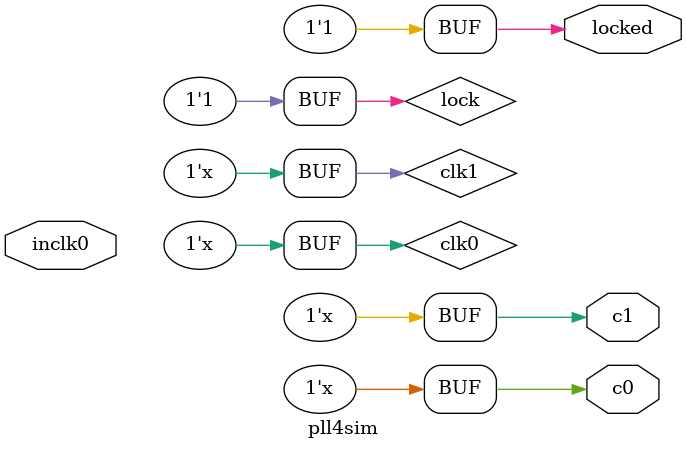
<source format=v>
`timescale 1 ns / 1 ps

module pll4sim(
	input wire inclk0,
	output wire c0,
	output wire c1,
	output wire locked
	);

reg clk0 = 1; assign c0 = clk0;
always #500 clk0 = ~clk0;

reg clk1 = 1; assign c1 = clk1;
always #42 clk1 = ~clk1;

reg lock=1'b0; assign locked = lock;
initial
	#200 lock = 1'b1;

endmodule

</source>
